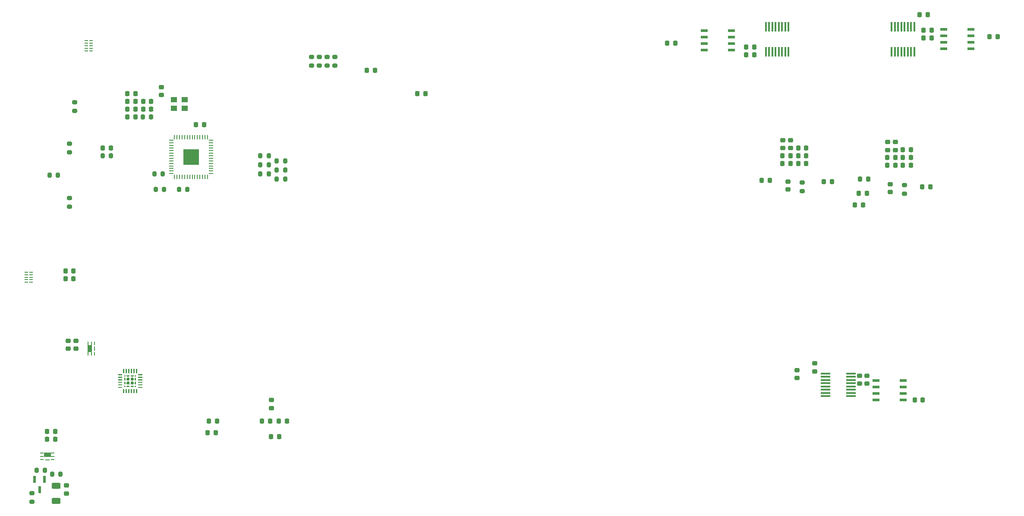
<source format=gbp>
%TF.GenerationSoftware,KiCad,Pcbnew,9.0.2*%
%TF.CreationDate,2025-10-06T13:03:54-05:00*%
%TF.ProjectId,PSEC5_Ctrl_Board,50534543-355f-4437-9472-6c5f426f6172,rev?*%
%TF.SameCoordinates,Original*%
%TF.FileFunction,Paste,Bot*%
%TF.FilePolarity,Positive*%
%FSLAX46Y46*%
G04 Gerber Fmt 4.6, Leading zero omitted, Abs format (unit mm)*
G04 Created by KiCad (PCBNEW 9.0.2) date 2025-10-06 13:03:54*
%MOMM*%
%LPD*%
G01*
G04 APERTURE LIST*
G04 Aperture macros list*
%AMRoundRect*
0 Rectangle with rounded corners*
0 $1 Rounding radius*
0 $2 $3 $4 $5 $6 $7 $8 $9 X,Y pos of 4 corners*
0 Add a 4 corners polygon primitive as box body*
4,1,4,$2,$3,$4,$5,$6,$7,$8,$9,$2,$3,0*
0 Add four circle primitives for the rounded corners*
1,1,$1+$1,$2,$3*
1,1,$1+$1,$4,$5*
1,1,$1+$1,$6,$7*
1,1,$1+$1,$8,$9*
0 Add four rect primitives between the rounded corners*
20,1,$1+$1,$2,$3,$4,$5,0*
20,1,$1+$1,$4,$5,$6,$7,0*
20,1,$1+$1,$6,$7,$8,$9,0*
20,1,$1+$1,$8,$9,$2,$3,0*%
G04 Aperture macros list end*
%ADD10C,0.000000*%
%ADD11RoundRect,0.225000X-0.250000X0.225000X-0.250000X-0.225000X0.250000X-0.225000X0.250000X0.225000X0*%
%ADD12RoundRect,0.200000X0.200000X0.275000X-0.200000X0.275000X-0.200000X-0.275000X0.200000X-0.275000X0*%
%ADD13RoundRect,0.200000X-0.200000X-0.275000X0.200000X-0.275000X0.200000X0.275000X-0.200000X0.275000X0*%
%ADD14RoundRect,0.225000X-0.225000X-0.250000X0.225000X-0.250000X0.225000X0.250000X-0.225000X0.250000X0*%
%ADD15RoundRect,0.200000X-0.275000X0.200000X-0.275000X-0.200000X0.275000X-0.200000X0.275000X0.200000X0*%
%ADD16RoundRect,0.225000X0.225000X0.250000X-0.225000X0.250000X-0.225000X-0.250000X0.225000X-0.250000X0*%
%ADD17RoundRect,0.225000X0.250000X-0.225000X0.250000X0.225000X-0.250000X0.225000X-0.250000X-0.225000X0*%
%ADD18R,1.397000X0.558800*%
%ADD19R,0.355600X1.981200*%
%ADD20RoundRect,0.250000X-0.625000X0.312500X-0.625000X-0.312500X0.625000X-0.312500X0.625000X0.312500X0*%
%ADD21R,0.558800X1.320800*%
%ADD22R,0.685800X0.203200*%
%ADD23R,1.397000X0.853186*%
%ADD24R,0.863600X0.228600*%
%ADD25RoundRect,0.200000X0.275000X-0.200000X0.275000X0.200000X-0.275000X0.200000X-0.275000X-0.200000X0*%
%ADD26R,0.711200X0.203200*%
%ADD27R,1.981200X0.355600*%
%ADD28R,0.203200X0.685800*%
%ADD29R,0.853186X1.397000*%
%ADD30R,0.228600X0.863600*%
%ADD31R,1.200000X1.000000*%
%ADD32R,0.254000X0.812800*%
%ADD33R,0.812800X0.254000*%
%ADD34R,3.098800X3.098800*%
G04 APERTURE END LIST*
D10*
%TO.C,U17*%
G36*
X84022999Y-116238086D02*
G01*
X83223001Y-116238086D01*
X83223001Y-116008084D01*
X84022999Y-116008084D01*
X84022999Y-116238086D01*
G37*
G36*
X84022999Y-116738212D02*
G01*
X83223001Y-116738212D01*
X83223001Y-116508210D01*
X84022999Y-116508210D01*
X84022999Y-116738212D01*
G37*
G36*
X84022999Y-117238338D02*
G01*
X83223001Y-117238338D01*
X83223001Y-117008336D01*
X84022999Y-117008336D01*
X84022999Y-117238338D01*
G37*
G36*
X84022999Y-117738464D02*
G01*
X83223001Y-117738464D01*
X83223001Y-117508462D01*
X84022999Y-117508462D01*
X84022999Y-117738464D01*
G37*
G36*
X84022999Y-118238590D02*
G01*
X83223001Y-118238590D01*
X83223001Y-118008588D01*
X84022999Y-118008588D01*
X84022999Y-118238590D01*
G37*
G36*
X84022999Y-118738716D02*
G01*
X83223001Y-118738716D01*
X83223001Y-118508714D01*
X84022999Y-118508714D01*
X84022999Y-118738716D01*
G37*
G36*
X84463001Y-115798399D02*
G01*
X84232999Y-115798399D01*
X84232999Y-114998401D01*
X84463001Y-114998401D01*
X84463001Y-115798399D01*
G37*
G36*
X84463001Y-119748399D02*
G01*
X84232999Y-119748399D01*
X84232999Y-118948401D01*
X84463001Y-118948401D01*
X84463001Y-119748399D01*
G37*
G36*
X84963000Y-115798399D02*
G01*
X84733000Y-115798399D01*
X84733000Y-114998401D01*
X84963000Y-114998401D01*
X84963000Y-115798399D01*
G37*
G36*
X84963000Y-119748399D02*
G01*
X84733000Y-119748399D01*
X84733000Y-118948401D01*
X84963000Y-118948401D01*
X84963000Y-119748399D01*
G37*
G36*
X85462999Y-115798399D02*
G01*
X85232999Y-115798399D01*
X85232999Y-114998401D01*
X85462999Y-114998401D01*
X85462999Y-115798399D01*
G37*
G36*
X85462999Y-119748399D02*
G01*
X85232999Y-119748399D01*
X85232999Y-118948401D01*
X85462999Y-118948401D01*
X85462999Y-119748399D01*
G37*
G36*
X85963001Y-115798399D02*
G01*
X85733001Y-115798399D01*
X85733001Y-114998401D01*
X85963001Y-114998401D01*
X85963001Y-115798399D01*
G37*
G36*
X85963001Y-119748399D02*
G01*
X85733001Y-119748399D01*
X85733001Y-118948401D01*
X85963001Y-118948401D01*
X85963001Y-119748399D01*
G37*
G36*
X86463000Y-115798399D02*
G01*
X86233000Y-115798399D01*
X86233000Y-114998401D01*
X86463000Y-114998401D01*
X86463000Y-115798399D01*
G37*
G36*
X86463000Y-119748399D02*
G01*
X86233000Y-119748399D01*
X86233000Y-118948401D01*
X86463000Y-118948401D01*
X86463000Y-119748399D01*
G37*
G36*
X86963001Y-115798399D02*
G01*
X86732999Y-115798399D01*
X86732999Y-114998401D01*
X86963001Y-114998401D01*
X86963001Y-115798399D01*
G37*
G36*
X86963001Y-119748399D02*
G01*
X86732999Y-119748399D01*
X86732999Y-118948401D01*
X86963001Y-118948401D01*
X86963001Y-119748399D01*
G37*
G36*
X87972999Y-116238086D02*
G01*
X87173001Y-116238086D01*
X87173001Y-116008084D01*
X87972999Y-116008084D01*
X87972999Y-116238086D01*
G37*
G36*
X87972999Y-116738212D02*
G01*
X87173001Y-116738212D01*
X87173001Y-116508210D01*
X87972999Y-116508210D01*
X87972999Y-116738212D01*
G37*
G36*
X87972999Y-117238338D02*
G01*
X87173001Y-117238338D01*
X87173001Y-117008336D01*
X87972999Y-117008336D01*
X87972999Y-117238338D01*
G37*
G36*
X87972999Y-117738464D02*
G01*
X87173001Y-117738464D01*
X87173001Y-117508462D01*
X87972999Y-117508462D01*
X87972999Y-117738464D01*
G37*
G36*
X87972999Y-118238590D02*
G01*
X87173001Y-118238590D01*
X87173001Y-118008588D01*
X87972999Y-118008588D01*
X87972999Y-118238590D01*
G37*
G36*
X87972999Y-118738716D02*
G01*
X87173001Y-118738716D01*
X87173001Y-118508714D01*
X87972999Y-118508714D01*
X87972999Y-118738716D01*
G37*
G36*
X84710600Y-116344579D02*
G01*
X84569179Y-116486000D01*
X84447930Y-116486000D01*
X84447930Y-116223330D01*
X84710600Y-116223330D01*
X84710600Y-116344579D01*
G37*
G36*
X84710600Y-118402221D02*
G01*
X84710600Y-118523470D01*
X84447930Y-118523470D01*
X84447930Y-118260800D01*
X84569179Y-118260800D01*
X84710600Y-118402221D01*
G37*
G36*
X86748070Y-116486000D02*
G01*
X86626821Y-116486000D01*
X86485400Y-116344579D01*
X86485400Y-116223330D01*
X86748070Y-116223330D01*
X86748070Y-116486000D01*
G37*
G36*
X86748070Y-118523470D02*
G01*
X86485400Y-118523470D01*
X86485400Y-118402221D01*
X86626821Y-118260800D01*
X86748070Y-118260800D01*
X86748070Y-118523470D01*
G37*
G36*
X84710600Y-116827421D02*
G01*
X84710600Y-117131979D01*
X84569179Y-117273400D01*
X84447930Y-117273400D01*
X84447930Y-116686000D01*
X84569179Y-116686000D01*
X84710600Y-116827421D01*
G37*
G36*
X84710600Y-117614821D02*
G01*
X84710600Y-117919379D01*
X84569179Y-118060800D01*
X84447930Y-118060800D01*
X84447930Y-117473400D01*
X84569179Y-117473400D01*
X84710600Y-117614821D01*
G37*
G36*
X85498000Y-116344579D02*
G01*
X85356579Y-116486000D01*
X85052021Y-116486000D01*
X84910600Y-116344579D01*
X84910600Y-116223330D01*
X85498000Y-116223330D01*
X85498000Y-116344579D01*
G37*
G36*
X85498000Y-118402221D02*
G01*
X85498000Y-118523470D01*
X84910600Y-118523470D01*
X84910600Y-118402221D01*
X85052021Y-118260800D01*
X85356579Y-118260800D01*
X85498000Y-118402221D01*
G37*
G36*
X86285400Y-116344579D02*
G01*
X86143979Y-116486000D01*
X85839421Y-116486000D01*
X85698000Y-116344579D01*
X85698000Y-116223330D01*
X86285400Y-116223330D01*
X86285400Y-116344579D01*
G37*
G36*
X86285400Y-118402221D02*
G01*
X86285400Y-118523470D01*
X85698000Y-118523470D01*
X85698000Y-118402221D01*
X85839421Y-118260800D01*
X86143979Y-118260800D01*
X86285400Y-118402221D01*
G37*
G36*
X86748070Y-117273400D02*
G01*
X86626821Y-117273400D01*
X86485400Y-117131979D01*
X86485400Y-116827421D01*
X86626821Y-116686000D01*
X86748070Y-116686000D01*
X86748070Y-117273400D01*
G37*
G36*
X86748070Y-118060800D02*
G01*
X86626821Y-118060800D01*
X86485400Y-117919379D01*
X86485400Y-117614821D01*
X86626821Y-117473400D01*
X86748070Y-117473400D01*
X86748070Y-118060800D01*
G37*
G36*
X85498000Y-116827421D02*
G01*
X85498000Y-117131979D01*
X85356579Y-117273400D01*
X85052021Y-117273400D01*
X84910600Y-117131979D01*
X84910600Y-116827421D01*
X85052021Y-116686000D01*
X85356579Y-116686000D01*
X85498000Y-116827421D01*
G37*
G36*
X85498000Y-117614821D02*
G01*
X85498000Y-117919379D01*
X85356579Y-118060800D01*
X85052021Y-118060800D01*
X84910600Y-117919379D01*
X84910600Y-117614821D01*
X85052021Y-117473400D01*
X85356579Y-117473400D01*
X85498000Y-117614821D01*
G37*
G36*
X86285400Y-116827421D02*
G01*
X86285400Y-117131979D01*
X86143979Y-117273400D01*
X85839421Y-117273400D01*
X85698000Y-117131979D01*
X85698000Y-116827421D01*
X85839421Y-116686000D01*
X86143979Y-116686000D01*
X86285400Y-116827421D01*
G37*
G36*
X86285400Y-117614821D02*
G01*
X86285400Y-117919379D01*
X86143979Y-118060800D01*
X85839421Y-118060800D01*
X85698000Y-117919379D01*
X85698000Y-117614821D01*
X85839421Y-117473400D01*
X86143979Y-117473400D01*
X86285400Y-117614821D01*
G37*
%TO.C,U1*%
G36*
X97436000Y-73306000D02*
G01*
X96086600Y-73306000D01*
X96086600Y-71956600D01*
X97436000Y-71956600D01*
X97436000Y-73306000D01*
G37*
G36*
X97436000Y-74855400D02*
G01*
X96086600Y-74855400D01*
X96086600Y-73506000D01*
X97436000Y-73506000D01*
X97436000Y-74855400D01*
G37*
G36*
X98985400Y-73306000D02*
G01*
X97636000Y-73306000D01*
X97636000Y-71956600D01*
X98985400Y-71956600D01*
X98985400Y-73306000D01*
G37*
G36*
X98985400Y-74855400D02*
G01*
X97636000Y-74855400D01*
X97636000Y-73506000D01*
X98985400Y-73506000D01*
X98985400Y-74855400D01*
G37*
%TD*%
D11*
%TO.C,C5*%
X73114750Y-137884750D03*
X73114750Y-139434750D03*
%TD*%
D12*
%TO.C,R5*%
X112776000Y-73152000D03*
X111126000Y-73152000D03*
%TD*%
%TO.C,R1*%
X116015000Y-77724000D03*
X114365000Y-77724000D03*
%TD*%
D13*
%TO.C,R84*%
X90361000Y-76708000D03*
X92011000Y-76708000D03*
%TD*%
D14*
%TO.C,C71*%
X141973000Y-60960000D03*
X143523000Y-60960000D03*
%TD*%
D15*
%TO.C,R75*%
X125730000Y-53785000D03*
X125730000Y-55435000D03*
%TD*%
D16*
%TO.C,C99*%
X230391000Y-77724000D03*
X228841000Y-77724000D03*
%TD*%
D14*
%TO.C,C117*%
X237223000Y-72009000D03*
X238773000Y-72009000D03*
%TD*%
D17*
%TO.C,C83*%
X113300000Y-122675000D03*
X113300000Y-121125000D03*
%TD*%
D18*
%TO.C,U8*%
X250558300Y-48387000D03*
X250558300Y-49657000D03*
X250558300Y-50927000D03*
X250558300Y-52197000D03*
X245249700Y-52197000D03*
X245249700Y-50927000D03*
X245249700Y-49657000D03*
X245249700Y-48387000D03*
%TD*%
D11*
%TO.C,C60*%
X91694000Y-59677000D03*
X91694000Y-61227000D03*
%TD*%
D16*
%TO.C,C32*%
X242837000Y-48514000D03*
X241287000Y-48514000D03*
%TD*%
D12*
%TO.C,R7*%
X112776000Y-76708000D03*
X111126000Y-76708000D03*
%TD*%
D16*
%TO.C,C101*%
X229375000Y-82804000D03*
X227825000Y-82804000D03*
%TD*%
D19*
%TO.C,U4*%
X239458500Y-52755800D03*
X238823500Y-52755800D03*
X238188500Y-52755800D03*
X237553500Y-52755800D03*
X236918500Y-52755800D03*
X236283500Y-52755800D03*
X235648500Y-52755800D03*
X235013500Y-52755800D03*
X235013500Y-47828200D03*
X235648500Y-47828200D03*
X236283500Y-47828200D03*
X236918500Y-47828200D03*
X237553500Y-47828200D03*
X238188500Y-47828200D03*
X238823500Y-47828200D03*
X239458500Y-47828200D03*
%TD*%
D12*
%TO.C,R76*%
X71437000Y-76962000D03*
X69787000Y-76962000D03*
%TD*%
D16*
%TO.C,C155*%
X100089000Y-67056000D03*
X98539000Y-67056000D03*
%TD*%
D12*
%TO.C,R3*%
X116015000Y-75946000D03*
X114365000Y-75946000D03*
%TD*%
D15*
%TO.C,R70*%
X121158000Y-53785000D03*
X121158000Y-55435000D03*
%TD*%
D16*
%TO.C,C53*%
X86614000Y-65532000D03*
X85064000Y-65532000D03*
%TD*%
D17*
%TO.C,C105*%
X219900000Y-115475000D03*
X219900000Y-113925000D03*
%TD*%
%TO.C,C38*%
X215138000Y-71641000D03*
X215138000Y-70091000D03*
%TD*%
D14*
%TO.C,C90*%
X206489000Y-51816000D03*
X208039000Y-51816000D03*
%TD*%
%TO.C,C69*%
X72898000Y-97282000D03*
X74448000Y-97282000D03*
%TD*%
D11*
%TO.C,C114*%
X214630000Y-78219000D03*
X214630000Y-79769000D03*
%TD*%
D17*
%TO.C,C82*%
X74930000Y-111011000D03*
X74930000Y-109461000D03*
%TD*%
D13*
%TO.C,L5*%
X88088000Y-65532000D03*
X89738000Y-65532000D03*
%TD*%
D14*
%TO.C,C116*%
X216662000Y-71628000D03*
X218212000Y-71628000D03*
%TD*%
D16*
%TO.C,C55*%
X86614000Y-62484000D03*
X85064000Y-62484000D03*
%TD*%
%TO.C,C29*%
X192532300Y-51054000D03*
X190982300Y-51054000D03*
%TD*%
D18*
%TO.C,U13*%
X237254300Y-117295000D03*
X237254300Y-118565000D03*
X237254300Y-119835000D03*
X237254300Y-121105000D03*
X231945700Y-121105000D03*
X231945700Y-119835000D03*
X231945700Y-118565000D03*
X231945700Y-117295000D03*
%TD*%
D20*
%TO.C,FB1*%
X71082750Y-137959250D03*
X71082750Y-140884250D03*
%TD*%
D14*
%TO.C,C78*%
X216662000Y-74676000D03*
X218212000Y-74676000D03*
%TD*%
%TO.C,C43*%
X69329000Y-128778000D03*
X70879000Y-128778000D03*
%TD*%
%TO.C,C30*%
X206489000Y-53340000D03*
X208039000Y-53340000D03*
%TD*%
D21*
%TO.C,Q1*%
X66867999Y-136652000D03*
X68768001Y-136652000D03*
X67818000Y-138684000D03*
%TD*%
D12*
%TO.C,R110*%
X68897000Y-134874000D03*
X67247000Y-134874000D03*
%TD*%
D16*
%TO.C,C84*%
X116345000Y-125222000D03*
X114795000Y-125222000D03*
%TD*%
D17*
%TO.C,C37*%
X213614000Y-71641000D03*
X213614000Y-70091000D03*
%TD*%
D16*
%TO.C,C64*%
X89688000Y-64008000D03*
X88138000Y-64008000D03*
%TD*%
D14*
%TO.C,C75*%
X237223000Y-73533000D03*
X238773000Y-73533000D03*
%TD*%
D16*
%TO.C,C89*%
X242837000Y-50038000D03*
X241287000Y-50038000D03*
%TD*%
D14*
%TO.C,C36*%
X234175000Y-75057000D03*
X235725000Y-75057000D03*
%TD*%
D12*
%TO.C,R112*%
X92265000Y-79756000D03*
X90615000Y-79756000D03*
%TD*%
D14*
%TO.C,C107*%
X72898000Y-95758000D03*
X74448000Y-95758000D03*
%TD*%
D16*
%TO.C,C86*%
X113043000Y-125222000D03*
X111493000Y-125222000D03*
%TD*%
D12*
%TO.C,R85*%
X71945000Y-135636000D03*
X70295000Y-135636000D03*
%TD*%
D15*
%TO.C,R114*%
X73660000Y-70803000D03*
X73660000Y-72453000D03*
%TD*%
D22*
%TO.C,U6*%
X68300600Y-131501007D03*
X68300600Y-132150993D03*
D23*
X69342000Y-131826000D03*
D22*
X70383400Y-131501007D03*
X70383400Y-132150993D03*
X68300600Y-132800979D03*
X70383400Y-132800979D03*
D24*
X69342000Y-132814993D03*
%TD*%
D16*
%TO.C,C100*%
X230137000Y-80518000D03*
X228587000Y-80518000D03*
%TD*%
%TO.C,C112*%
X211087000Y-77978000D03*
X209537000Y-77978000D03*
%TD*%
D19*
%TO.C,U2*%
X210312000Y-47828200D03*
X210947000Y-47828200D03*
X211582000Y-47828200D03*
X212217000Y-47828200D03*
X212852000Y-47828200D03*
X213487000Y-47828200D03*
X214122000Y-47828200D03*
X214757000Y-47828200D03*
X214757000Y-52755800D03*
X214122000Y-52755800D03*
X213487000Y-52755800D03*
X212852000Y-52755800D03*
X212217000Y-52755800D03*
X211582000Y-52755800D03*
X210947000Y-52755800D03*
X210312000Y-52755800D03*
%TD*%
D15*
%TO.C,R73*%
X124206000Y-53785000D03*
X124206000Y-55435000D03*
%TD*%
D16*
%TO.C,C56*%
X86614000Y-60960000D03*
X85064000Y-60960000D03*
%TD*%
D14*
%TO.C,C57*%
X80238000Y-71628000D03*
X81788000Y-71628000D03*
%TD*%
D11*
%TO.C,C41*%
X234696000Y-78727000D03*
X234696000Y-80277000D03*
%TD*%
D17*
%TO.C,C103*%
X230200000Y-117900000D03*
X230200000Y-116350000D03*
%TD*%
D14*
%TO.C,C35*%
X234175000Y-73533000D03*
X235725000Y-73533000D03*
%TD*%
D16*
%TO.C,C85*%
X102629000Y-125222000D03*
X101079000Y-125222000D03*
%TD*%
%TO.C,C102*%
X241075000Y-121100000D03*
X239525000Y-121100000D03*
%TD*%
%TO.C,C87*%
X114821000Y-128270000D03*
X113271000Y-128270000D03*
%TD*%
D15*
%TO.C,R57*%
X237490000Y-78931000D03*
X237490000Y-80581000D03*
%TD*%
%TO.C,R115*%
X73660000Y-81471000D03*
X73660000Y-83121000D03*
%TD*%
D16*
%TO.C,C88*%
X102375000Y-127508000D03*
X100825000Y-127508000D03*
%TD*%
D14*
%TO.C,C40*%
X213601000Y-74676000D03*
X215151000Y-74676000D03*
%TD*%
D25*
%TO.C,R74*%
X74676000Y-64325000D03*
X74676000Y-62675000D03*
%TD*%
D13*
%TO.C,R113*%
X95187000Y-79756000D03*
X96837000Y-79756000D03*
%TD*%
D14*
%TO.C,C113*%
X221729000Y-78232000D03*
X223279000Y-78232000D03*
%TD*%
D16*
%TO.C,C70*%
X133617000Y-56388000D03*
X132067000Y-56388000D03*
%TD*%
D17*
%TO.C,C104*%
X228700000Y-117900000D03*
X228700000Y-116350000D03*
%TD*%
D14*
%TO.C,C24*%
X241033000Y-79248000D03*
X242583000Y-79248000D03*
%TD*%
D15*
%TO.C,R111*%
X66294000Y-139383000D03*
X66294000Y-141033000D03*
%TD*%
D26*
%TO.C,U10*%
X66196100Y-95999999D03*
X66196100Y-96500001D03*
X66196100Y-97000000D03*
X66196100Y-97499999D03*
X66196100Y-98000001D03*
X65205500Y-98000001D03*
X65205500Y-97499999D03*
X65205500Y-97000000D03*
X65205500Y-96500001D03*
X65205500Y-95999999D03*
%TD*%
D14*
%TO.C,C79*%
X216662000Y-73152000D03*
X218212000Y-73152000D03*
%TD*%
%TO.C,C108*%
X69329000Y-127254000D03*
X70879000Y-127254000D03*
%TD*%
D15*
%TO.C,R56*%
X217424000Y-78423000D03*
X217424000Y-80073000D03*
%TD*%
D14*
%TO.C,C73*%
X237223000Y-75057000D03*
X238773000Y-75057000D03*
%TD*%
%TO.C,C91*%
X240525000Y-45466000D03*
X242075000Y-45466000D03*
%TD*%
D12*
%TO.C,R6*%
X112776000Y-74930000D03*
X111126000Y-74930000D03*
%TD*%
D17*
%TO.C,C33*%
X234188000Y-72022000D03*
X234188000Y-70472000D03*
%TD*%
%TO.C,C95*%
X73406000Y-111011000D03*
X73406000Y-109461000D03*
%TD*%
D27*
%TO.C,U15*%
X226999800Y-115887500D03*
X226999800Y-116522500D03*
X226999800Y-117157500D03*
X226999800Y-117792500D03*
X226999800Y-118427500D03*
X226999800Y-119062500D03*
X226999800Y-119697500D03*
X226999800Y-120332500D03*
X222072200Y-120332500D03*
X222072200Y-119697500D03*
X222072200Y-119062500D03*
X222072200Y-118427500D03*
X222072200Y-117792500D03*
X222072200Y-117157500D03*
X222072200Y-116522500D03*
X222072200Y-115887500D03*
%TD*%
D26*
%TO.C,U3*%
X77965300Y-50561999D03*
X77965300Y-51062001D03*
X77965300Y-51562000D03*
X77965300Y-52061999D03*
X77965300Y-52562001D03*
X76974700Y-52562001D03*
X76974700Y-52061999D03*
X76974700Y-51562000D03*
X76974700Y-51062001D03*
X76974700Y-50561999D03*
%TD*%
D12*
%TO.C,R4*%
X116015000Y-74168000D03*
X114365000Y-74168000D03*
%TD*%
D17*
%TO.C,C34*%
X235712000Y-72035000D03*
X235712000Y-70485000D03*
%TD*%
%TO.C,R108*%
X216408000Y-116775000D03*
X216408000Y-115225000D03*
%TD*%
D16*
%TO.C,C54*%
X86614000Y-64008000D03*
X85064000Y-64008000D03*
%TD*%
D18*
%TO.C,U7*%
X198247000Y-52451000D03*
X198247000Y-51181000D03*
X198247000Y-49911000D03*
X198247000Y-48641000D03*
X203555600Y-48641000D03*
X203555600Y-49911000D03*
X203555600Y-51181000D03*
X203555600Y-52451000D03*
%TD*%
D28*
%TO.C,U14*%
X77328014Y-112039400D03*
X77978000Y-112039400D03*
D29*
X77653007Y-110998000D03*
D28*
X77328014Y-109956600D03*
X77978000Y-109956600D03*
X78627986Y-112039400D03*
X78627986Y-109956600D03*
D30*
X78642000Y-110998000D03*
%TD*%
D31*
%TO.C,Y3*%
X94200000Y-62167000D03*
X96300000Y-62167000D03*
X96300000Y-63817000D03*
X94200000Y-63817000D03*
%TD*%
D32*
%TO.C,U1*%
X100786001Y-77304900D03*
X100286000Y-77304900D03*
X99786001Y-77304900D03*
X99285999Y-77304900D03*
X98786000Y-77304900D03*
X98286001Y-77304900D03*
X97786000Y-77304900D03*
X97286000Y-77304900D03*
X96785999Y-77304900D03*
X96286000Y-77304900D03*
X95786001Y-77304900D03*
X95285999Y-77304900D03*
X94786000Y-77304900D03*
X94285999Y-77304900D03*
D33*
X93637100Y-76656001D03*
X93637100Y-76156000D03*
X93637100Y-75656001D03*
X93637100Y-75155999D03*
X93637100Y-74656000D03*
X93637100Y-74156001D03*
X93637100Y-73656000D03*
X93637100Y-73156000D03*
X93637100Y-72655999D03*
X93637100Y-72156000D03*
X93637100Y-71656001D03*
X93637100Y-71155999D03*
X93637100Y-70656000D03*
X93637100Y-70155999D03*
D32*
X94285999Y-69507100D03*
X94786000Y-69507100D03*
X95285999Y-69507100D03*
X95786001Y-69507100D03*
X96286000Y-69507100D03*
X96785999Y-69507100D03*
X97286000Y-69507100D03*
X97786000Y-69507100D03*
X98286001Y-69507100D03*
X98786000Y-69507100D03*
X99285999Y-69507100D03*
X99786001Y-69507100D03*
X100286000Y-69507100D03*
X100786001Y-69507100D03*
D33*
X101434900Y-70155999D03*
X101434900Y-70656000D03*
X101434900Y-71155999D03*
X101434900Y-71656001D03*
X101434900Y-72156000D03*
X101434900Y-72655999D03*
X101434900Y-73156000D03*
X101434900Y-73656000D03*
X101434900Y-74156001D03*
X101434900Y-74656000D03*
X101434900Y-75155999D03*
X101434900Y-75656001D03*
X101434900Y-76156000D03*
X101434900Y-76656001D03*
D34*
X97536000Y-73406000D03*
%TD*%
D14*
%TO.C,C39*%
X213601000Y-73152000D03*
X215151000Y-73152000D03*
%TD*%
D15*
%TO.C,R71*%
X122682000Y-53785000D03*
X122682000Y-55435000D03*
%TD*%
D16*
%TO.C,C62*%
X89688000Y-62484000D03*
X88138000Y-62484000D03*
%TD*%
D13*
%TO.C,R100*%
X80188000Y-73152000D03*
X81838000Y-73152000D03*
%TD*%
D14*
%TO.C,C31*%
X254241000Y-49784000D03*
X255791000Y-49784000D03*
%TD*%
M02*

</source>
